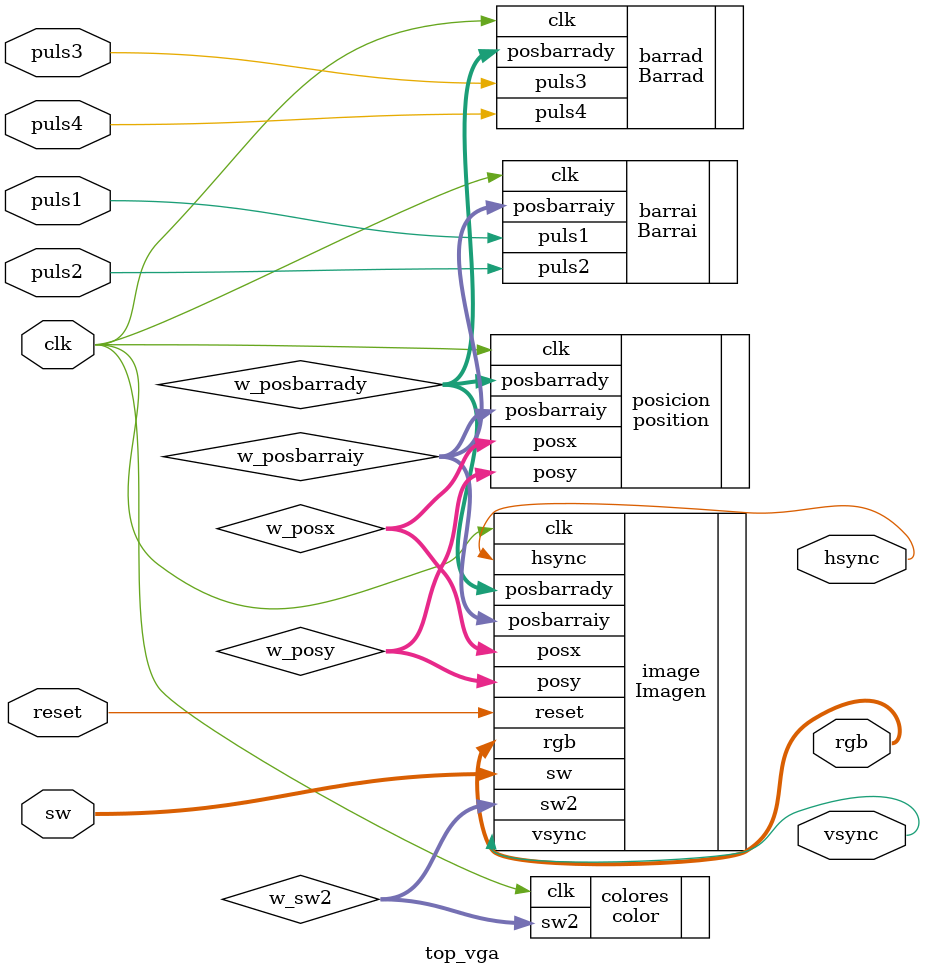
<source format=v>
module top_vga(
    input clk, reset,
    input [2:0]sw,
    input puls1,
    input puls2,
    input puls3,
    input puls4,
    output hsync, vsync,
    output [2:0] rgb
    );
 
    wire [9:0] w_posbarrady;
    wire [9:0] w_posbarraiy;
    wire [2:0] w_sw2;
    wire [9:0] w_posx;
    wire [9:0] w_posy;
 
    position posicion(.clk(clk), .posx(w_posx), .posy(w_posy), .posbarraiy(w_posbarraiy), .posbarrady(w_posbarrady));
    color colores(.clk(clk),.sw2(w_sw2));
    Barrad barrad(.clk(clk), .puls3(puls3), .puls4(puls4), .posbarrady(w_posbarrady));
    Barrai barrai(.clk(clk), .puls1(puls1), .puls2(puls2), .posbarraiy(w_posbarraiy));
    Imagen image(.clk(clk), .reset(reset),.sw(sw),.sw2(w_sw2), .hsync(hsync), .vsync(vsync),.rgb(rgb), 
    .posx(w_posx), .posy(w_posy), .posbarrady(w_posbarrady), .posbarraiy(w_posbarraiy));
endmodule
</source>
